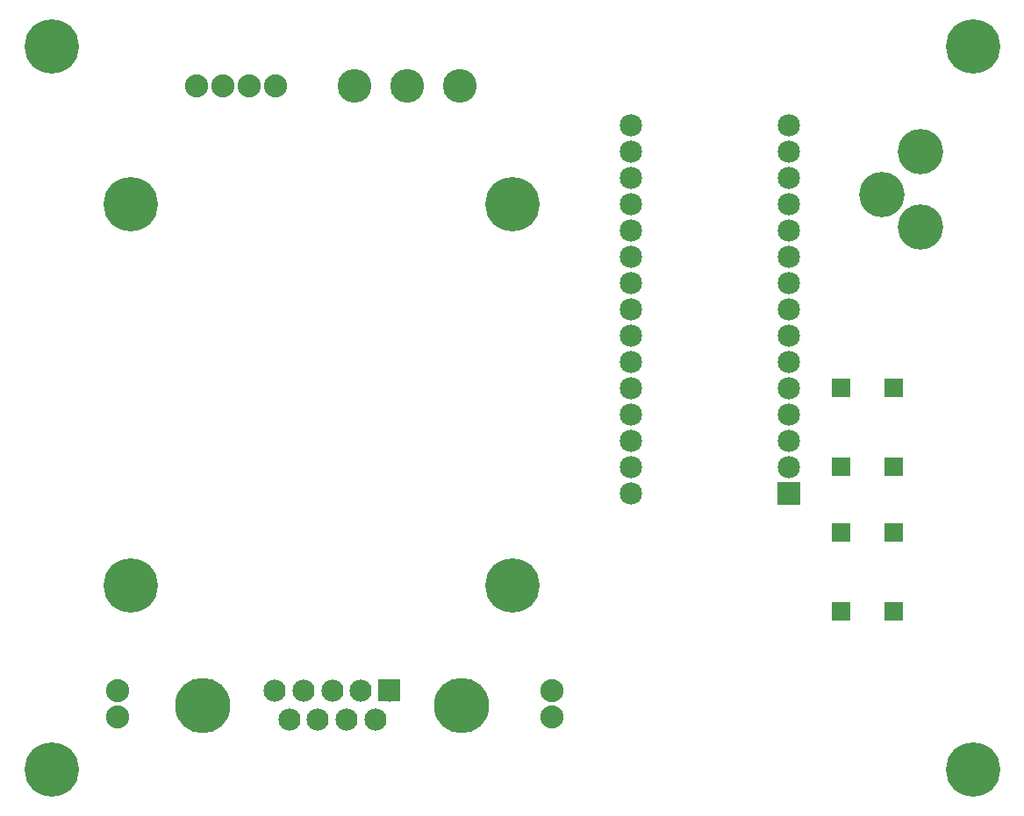
<source format=gbs>
G04 MADE WITH FRITZING*
G04 WWW.FRITZING.ORG*
G04 DOUBLE SIDED*
G04 HOLES PLATED*
G04 CONTOUR ON CENTER OF CONTOUR VECTOR*
%ASAXBY*%
%FSLAX23Y23*%
%MOIN*%
%OFA0B0*%
%SFA1.0B1.0*%
%ADD10C,0.135984*%
%ADD11C,0.085000*%
%ADD12C,0.206850*%
%ADD13C,0.128110*%
%ADD14C,0.088000*%
%ADD15C,0.172000*%
%ADD16C,0.069370*%
%ADD17C,0.084000*%
%ADD18C,0.210000*%
%ADD19R,0.085000X0.085000*%
%ADD20R,0.001000X0.001000*%
%LNMASK0*%
G90*
G70*
G54D10*
X722Y396D03*
X1706Y395D03*
G54D11*
X2947Y1199D03*
X2347Y1199D03*
X2947Y1299D03*
X2347Y1299D03*
X2947Y1399D03*
X2347Y1399D03*
X2947Y1499D03*
X2347Y1499D03*
X2947Y1599D03*
X2347Y1599D03*
X2947Y1699D03*
X2347Y1699D03*
X2947Y1799D03*
X2347Y1799D03*
X2947Y1899D03*
X2347Y1899D03*
X2947Y1999D03*
X2347Y1999D03*
X2947Y2099D03*
X2347Y2099D03*
X2947Y2199D03*
X2347Y2199D03*
X2947Y2299D03*
X2347Y2299D03*
X2947Y2399D03*
X2347Y2399D03*
X2947Y2499D03*
X2347Y2499D03*
X2947Y2599D03*
X2347Y2599D03*
G54D12*
X447Y849D03*
X147Y2899D03*
X147Y149D03*
X3647Y2899D03*
X3647Y149D03*
X1897Y849D03*
X447Y2299D03*
X1897Y2299D03*
G54D13*
X1697Y2749D03*
X1497Y2749D03*
X1297Y2749D03*
G54D14*
X997Y2749D03*
X897Y2749D03*
X797Y2749D03*
X697Y2749D03*
G54D15*
X3448Y2211D03*
X3447Y2499D03*
X3300Y2336D03*
G54D16*
X3347Y1599D03*
X3347Y1299D03*
X3147Y1599D03*
X3147Y1299D03*
X3347Y1049D03*
X3347Y749D03*
X3147Y1049D03*
X3147Y749D03*
G54D14*
X397Y449D03*
X397Y349D03*
X2047Y449D03*
X2047Y349D03*
G54D17*
X1431Y449D03*
X1322Y449D03*
X1213Y449D03*
X1104Y449D03*
X995Y449D03*
X1376Y338D03*
X1267Y338D03*
X1159Y338D03*
X1050Y338D03*
G54D18*
X1705Y393D03*
X721Y393D03*
G54D19*
X2947Y1199D03*
G54D20*
X3112Y1634D02*
X3180Y1634D01*
X3312Y1634D02*
X3380Y1634D01*
X3112Y1633D02*
X3180Y1633D01*
X3312Y1633D02*
X3380Y1633D01*
X3112Y1632D02*
X3180Y1632D01*
X3312Y1632D02*
X3380Y1632D01*
X3112Y1631D02*
X3180Y1631D01*
X3312Y1631D02*
X3380Y1631D01*
X3112Y1630D02*
X3180Y1630D01*
X3312Y1630D02*
X3380Y1630D01*
X3112Y1629D02*
X3180Y1629D01*
X3312Y1629D02*
X3380Y1629D01*
X3112Y1628D02*
X3180Y1628D01*
X3312Y1628D02*
X3380Y1628D01*
X3112Y1627D02*
X3180Y1627D01*
X3312Y1627D02*
X3380Y1627D01*
X3112Y1626D02*
X3180Y1626D01*
X3312Y1626D02*
X3380Y1626D01*
X3112Y1625D02*
X3180Y1625D01*
X3312Y1625D02*
X3380Y1625D01*
X3112Y1624D02*
X3180Y1624D01*
X3312Y1624D02*
X3380Y1624D01*
X3112Y1623D02*
X3180Y1623D01*
X3312Y1623D02*
X3380Y1623D01*
X3112Y1622D02*
X3180Y1622D01*
X3312Y1622D02*
X3380Y1622D01*
X3112Y1621D02*
X3180Y1621D01*
X3312Y1621D02*
X3380Y1621D01*
X3112Y1620D02*
X3180Y1620D01*
X3312Y1620D02*
X3380Y1620D01*
X3112Y1619D02*
X3180Y1619D01*
X3312Y1619D02*
X3380Y1619D01*
X3112Y1618D02*
X3180Y1618D01*
X3312Y1618D02*
X3380Y1618D01*
X3112Y1617D02*
X3180Y1617D01*
X3312Y1617D02*
X3380Y1617D01*
X3112Y1616D02*
X3180Y1616D01*
X3312Y1616D02*
X3380Y1616D01*
X3112Y1615D02*
X3180Y1615D01*
X3312Y1615D02*
X3380Y1615D01*
X3112Y1614D02*
X3141Y1614D01*
X3151Y1614D02*
X3180Y1614D01*
X3312Y1614D02*
X3341Y1614D01*
X3351Y1614D02*
X3380Y1614D01*
X3112Y1613D02*
X3138Y1613D01*
X3153Y1613D02*
X3180Y1613D01*
X3312Y1613D02*
X3338Y1613D01*
X3353Y1613D02*
X3380Y1613D01*
X3112Y1612D02*
X3137Y1612D01*
X3155Y1612D02*
X3180Y1612D01*
X3312Y1612D02*
X3336Y1612D01*
X3355Y1612D02*
X3380Y1612D01*
X3112Y1611D02*
X3135Y1611D01*
X3156Y1611D02*
X3180Y1611D01*
X3312Y1611D02*
X3335Y1611D01*
X3356Y1611D02*
X3380Y1611D01*
X3112Y1610D02*
X3134Y1610D01*
X3157Y1610D02*
X3180Y1610D01*
X3312Y1610D02*
X3334Y1610D01*
X3357Y1610D02*
X3380Y1610D01*
X3112Y1609D02*
X3133Y1609D01*
X3158Y1609D02*
X3180Y1609D01*
X3312Y1609D02*
X3333Y1609D01*
X3358Y1609D02*
X3380Y1609D01*
X3112Y1608D02*
X3133Y1608D01*
X3159Y1608D02*
X3180Y1608D01*
X3312Y1608D02*
X3333Y1608D01*
X3359Y1608D02*
X3380Y1608D01*
X3112Y1607D02*
X3132Y1607D01*
X3159Y1607D02*
X3180Y1607D01*
X3312Y1607D02*
X3332Y1607D01*
X3359Y1607D02*
X3380Y1607D01*
X3112Y1606D02*
X3132Y1606D01*
X3160Y1606D02*
X3180Y1606D01*
X3312Y1606D02*
X3332Y1606D01*
X3360Y1606D02*
X3380Y1606D01*
X3112Y1605D02*
X3131Y1605D01*
X3160Y1605D02*
X3180Y1605D01*
X3312Y1605D02*
X3331Y1605D01*
X3360Y1605D02*
X3380Y1605D01*
X3112Y1604D02*
X3131Y1604D01*
X3160Y1604D02*
X3180Y1604D01*
X3312Y1604D02*
X3331Y1604D01*
X3360Y1604D02*
X3380Y1604D01*
X3112Y1603D02*
X3131Y1603D01*
X3161Y1603D02*
X3180Y1603D01*
X3312Y1603D02*
X3331Y1603D01*
X3361Y1603D02*
X3380Y1603D01*
X3112Y1602D02*
X3131Y1602D01*
X3161Y1602D02*
X3180Y1602D01*
X3312Y1602D02*
X3331Y1602D01*
X3361Y1602D02*
X3380Y1602D01*
X3112Y1601D02*
X3131Y1601D01*
X3161Y1601D02*
X3180Y1601D01*
X3312Y1601D02*
X3331Y1601D01*
X3361Y1601D02*
X3380Y1601D01*
X3112Y1600D02*
X3131Y1600D01*
X3161Y1600D02*
X3180Y1600D01*
X3312Y1600D02*
X3331Y1600D01*
X3361Y1600D02*
X3380Y1600D01*
X3112Y1599D02*
X3131Y1599D01*
X3161Y1599D02*
X3180Y1599D01*
X3312Y1599D02*
X3331Y1599D01*
X3361Y1599D02*
X3380Y1599D01*
X3112Y1598D02*
X3131Y1598D01*
X3161Y1598D02*
X3180Y1598D01*
X3312Y1598D02*
X3331Y1598D01*
X3361Y1598D02*
X3380Y1598D01*
X3112Y1597D02*
X3131Y1597D01*
X3161Y1597D02*
X3180Y1597D01*
X3312Y1597D02*
X3331Y1597D01*
X3361Y1597D02*
X3380Y1597D01*
X3112Y1596D02*
X3131Y1596D01*
X3161Y1596D02*
X3180Y1596D01*
X3312Y1596D02*
X3331Y1596D01*
X3361Y1596D02*
X3380Y1596D01*
X3112Y1595D02*
X3131Y1595D01*
X3160Y1595D02*
X3180Y1595D01*
X3312Y1595D02*
X3331Y1595D01*
X3360Y1595D02*
X3380Y1595D01*
X3112Y1594D02*
X3132Y1594D01*
X3160Y1594D02*
X3180Y1594D01*
X3312Y1594D02*
X3332Y1594D01*
X3360Y1594D02*
X3380Y1594D01*
X3112Y1593D02*
X3132Y1593D01*
X3160Y1593D02*
X3180Y1593D01*
X3312Y1593D02*
X3332Y1593D01*
X3359Y1593D02*
X3380Y1593D01*
X3112Y1592D02*
X3133Y1592D01*
X3159Y1592D02*
X3180Y1592D01*
X3312Y1592D02*
X3333Y1592D01*
X3359Y1592D02*
X3380Y1592D01*
X3112Y1591D02*
X3133Y1591D01*
X3158Y1591D02*
X3180Y1591D01*
X3312Y1591D02*
X3333Y1591D01*
X3358Y1591D02*
X3380Y1591D01*
X3112Y1590D02*
X3134Y1590D01*
X3158Y1590D02*
X3180Y1590D01*
X3312Y1590D02*
X3334Y1590D01*
X3358Y1590D02*
X3380Y1590D01*
X3112Y1589D02*
X3135Y1589D01*
X3157Y1589D02*
X3180Y1589D01*
X3312Y1589D02*
X3335Y1589D01*
X3357Y1589D02*
X3380Y1589D01*
X3112Y1588D02*
X3136Y1588D01*
X3155Y1588D02*
X3180Y1588D01*
X3312Y1588D02*
X3336Y1588D01*
X3355Y1588D02*
X3380Y1588D01*
X3112Y1587D02*
X3138Y1587D01*
X3154Y1587D02*
X3180Y1587D01*
X3312Y1587D02*
X3338Y1587D01*
X3354Y1587D02*
X3380Y1587D01*
X3112Y1586D02*
X3140Y1586D01*
X3151Y1586D02*
X3180Y1586D01*
X3312Y1586D02*
X3340Y1586D01*
X3351Y1586D02*
X3380Y1586D01*
X3112Y1585D02*
X3180Y1585D01*
X3312Y1585D02*
X3380Y1585D01*
X3112Y1584D02*
X3180Y1584D01*
X3312Y1584D02*
X3380Y1584D01*
X3112Y1583D02*
X3180Y1583D01*
X3312Y1583D02*
X3380Y1583D01*
X3112Y1582D02*
X3180Y1582D01*
X3312Y1582D02*
X3380Y1582D01*
X3112Y1581D02*
X3180Y1581D01*
X3312Y1581D02*
X3380Y1581D01*
X3112Y1580D02*
X3180Y1580D01*
X3312Y1580D02*
X3380Y1580D01*
X3112Y1579D02*
X3180Y1579D01*
X3312Y1579D02*
X3380Y1579D01*
X3112Y1578D02*
X3180Y1578D01*
X3312Y1578D02*
X3380Y1578D01*
X3112Y1577D02*
X3180Y1577D01*
X3312Y1577D02*
X3380Y1577D01*
X3112Y1576D02*
X3180Y1576D01*
X3312Y1576D02*
X3380Y1576D01*
X3112Y1575D02*
X3180Y1575D01*
X3312Y1575D02*
X3380Y1575D01*
X3112Y1574D02*
X3180Y1574D01*
X3312Y1574D02*
X3380Y1574D01*
X3112Y1573D02*
X3180Y1573D01*
X3312Y1573D02*
X3380Y1573D01*
X3112Y1572D02*
X3180Y1572D01*
X3312Y1572D02*
X3380Y1572D01*
X3112Y1571D02*
X3180Y1571D01*
X3312Y1571D02*
X3380Y1571D01*
X3112Y1570D02*
X3180Y1570D01*
X3312Y1570D02*
X3380Y1570D01*
X3112Y1569D02*
X3180Y1569D01*
X3312Y1569D02*
X3380Y1569D01*
X3112Y1568D02*
X3180Y1568D01*
X3312Y1568D02*
X3380Y1568D01*
X3112Y1567D02*
X3180Y1567D01*
X3312Y1567D02*
X3380Y1567D01*
X3112Y1566D02*
X3180Y1566D01*
X3312Y1566D02*
X3380Y1566D01*
X3112Y1334D02*
X3180Y1334D01*
X3312Y1334D02*
X3380Y1334D01*
X3112Y1333D02*
X3180Y1333D01*
X3312Y1333D02*
X3380Y1333D01*
X3112Y1332D02*
X3180Y1332D01*
X3312Y1332D02*
X3380Y1332D01*
X3112Y1331D02*
X3180Y1331D01*
X3312Y1331D02*
X3380Y1331D01*
X3112Y1330D02*
X3180Y1330D01*
X3312Y1330D02*
X3380Y1330D01*
X3112Y1329D02*
X3180Y1329D01*
X3312Y1329D02*
X3380Y1329D01*
X3112Y1328D02*
X3180Y1328D01*
X3312Y1328D02*
X3380Y1328D01*
X3112Y1327D02*
X3180Y1327D01*
X3312Y1327D02*
X3380Y1327D01*
X3112Y1326D02*
X3180Y1326D01*
X3312Y1326D02*
X3380Y1326D01*
X3112Y1325D02*
X3180Y1325D01*
X3312Y1325D02*
X3380Y1325D01*
X3112Y1324D02*
X3180Y1324D01*
X3312Y1324D02*
X3380Y1324D01*
X3112Y1323D02*
X3180Y1323D01*
X3312Y1323D02*
X3380Y1323D01*
X3112Y1322D02*
X3180Y1322D01*
X3312Y1322D02*
X3380Y1322D01*
X3112Y1321D02*
X3180Y1321D01*
X3312Y1321D02*
X3380Y1321D01*
X3112Y1320D02*
X3180Y1320D01*
X3312Y1320D02*
X3380Y1320D01*
X3112Y1319D02*
X3180Y1319D01*
X3312Y1319D02*
X3380Y1319D01*
X3112Y1318D02*
X3180Y1318D01*
X3312Y1318D02*
X3380Y1318D01*
X3112Y1317D02*
X3180Y1317D01*
X3312Y1317D02*
X3380Y1317D01*
X3112Y1316D02*
X3180Y1316D01*
X3312Y1316D02*
X3380Y1316D01*
X3112Y1315D02*
X3180Y1315D01*
X3312Y1315D02*
X3380Y1315D01*
X3112Y1314D02*
X3141Y1314D01*
X3151Y1314D02*
X3180Y1314D01*
X3312Y1314D02*
X3341Y1314D01*
X3351Y1314D02*
X3380Y1314D01*
X3112Y1313D02*
X3138Y1313D01*
X3153Y1313D02*
X3180Y1313D01*
X3312Y1313D02*
X3338Y1313D01*
X3353Y1313D02*
X3380Y1313D01*
X3112Y1312D02*
X3137Y1312D01*
X3155Y1312D02*
X3180Y1312D01*
X3312Y1312D02*
X3336Y1312D01*
X3355Y1312D02*
X3380Y1312D01*
X3112Y1311D02*
X3135Y1311D01*
X3156Y1311D02*
X3180Y1311D01*
X3312Y1311D02*
X3335Y1311D01*
X3356Y1311D02*
X3380Y1311D01*
X3112Y1310D02*
X3134Y1310D01*
X3157Y1310D02*
X3180Y1310D01*
X3312Y1310D02*
X3334Y1310D01*
X3357Y1310D02*
X3380Y1310D01*
X3112Y1309D02*
X3133Y1309D01*
X3158Y1309D02*
X3180Y1309D01*
X3312Y1309D02*
X3333Y1309D01*
X3358Y1309D02*
X3380Y1309D01*
X3112Y1308D02*
X3133Y1308D01*
X3159Y1308D02*
X3180Y1308D01*
X3312Y1308D02*
X3333Y1308D01*
X3359Y1308D02*
X3380Y1308D01*
X3112Y1307D02*
X3132Y1307D01*
X3159Y1307D02*
X3180Y1307D01*
X3312Y1307D02*
X3332Y1307D01*
X3359Y1307D02*
X3380Y1307D01*
X3112Y1306D02*
X3132Y1306D01*
X3160Y1306D02*
X3180Y1306D01*
X3312Y1306D02*
X3332Y1306D01*
X3360Y1306D02*
X3380Y1306D01*
X3112Y1305D02*
X3131Y1305D01*
X3160Y1305D02*
X3180Y1305D01*
X3312Y1305D02*
X3331Y1305D01*
X3360Y1305D02*
X3380Y1305D01*
X3112Y1304D02*
X3131Y1304D01*
X3160Y1304D02*
X3180Y1304D01*
X3312Y1304D02*
X3331Y1304D01*
X3360Y1304D02*
X3380Y1304D01*
X3112Y1303D02*
X3131Y1303D01*
X3161Y1303D02*
X3180Y1303D01*
X3312Y1303D02*
X3331Y1303D01*
X3361Y1303D02*
X3380Y1303D01*
X3112Y1302D02*
X3131Y1302D01*
X3161Y1302D02*
X3180Y1302D01*
X3312Y1302D02*
X3331Y1302D01*
X3361Y1302D02*
X3380Y1302D01*
X3112Y1301D02*
X3131Y1301D01*
X3161Y1301D02*
X3180Y1301D01*
X3312Y1301D02*
X3331Y1301D01*
X3361Y1301D02*
X3380Y1301D01*
X3112Y1300D02*
X3131Y1300D01*
X3161Y1300D02*
X3180Y1300D01*
X3312Y1300D02*
X3331Y1300D01*
X3361Y1300D02*
X3380Y1300D01*
X3112Y1299D02*
X3131Y1299D01*
X3161Y1299D02*
X3180Y1299D01*
X3312Y1299D02*
X3331Y1299D01*
X3361Y1299D02*
X3380Y1299D01*
X3112Y1298D02*
X3131Y1298D01*
X3161Y1298D02*
X3180Y1298D01*
X3312Y1298D02*
X3331Y1298D01*
X3361Y1298D02*
X3380Y1298D01*
X3112Y1297D02*
X3131Y1297D01*
X3161Y1297D02*
X3180Y1297D01*
X3312Y1297D02*
X3331Y1297D01*
X3361Y1297D02*
X3380Y1297D01*
X3112Y1296D02*
X3131Y1296D01*
X3161Y1296D02*
X3180Y1296D01*
X3312Y1296D02*
X3331Y1296D01*
X3361Y1296D02*
X3380Y1296D01*
X3112Y1295D02*
X3131Y1295D01*
X3160Y1295D02*
X3180Y1295D01*
X3312Y1295D02*
X3331Y1295D01*
X3360Y1295D02*
X3380Y1295D01*
X3112Y1294D02*
X3132Y1294D01*
X3160Y1294D02*
X3180Y1294D01*
X3312Y1294D02*
X3332Y1294D01*
X3360Y1294D02*
X3380Y1294D01*
X3112Y1293D02*
X3132Y1293D01*
X3160Y1293D02*
X3180Y1293D01*
X3312Y1293D02*
X3332Y1293D01*
X3359Y1293D02*
X3380Y1293D01*
X3112Y1292D02*
X3133Y1292D01*
X3159Y1292D02*
X3180Y1292D01*
X3312Y1292D02*
X3333Y1292D01*
X3359Y1292D02*
X3380Y1292D01*
X3112Y1291D02*
X3133Y1291D01*
X3158Y1291D02*
X3180Y1291D01*
X3312Y1291D02*
X3333Y1291D01*
X3358Y1291D02*
X3380Y1291D01*
X3112Y1290D02*
X3134Y1290D01*
X3158Y1290D02*
X3180Y1290D01*
X3312Y1290D02*
X3334Y1290D01*
X3358Y1290D02*
X3380Y1290D01*
X3112Y1289D02*
X3135Y1289D01*
X3157Y1289D02*
X3180Y1289D01*
X3312Y1289D02*
X3335Y1289D01*
X3357Y1289D02*
X3380Y1289D01*
X3112Y1288D02*
X3136Y1288D01*
X3155Y1288D02*
X3180Y1288D01*
X3312Y1288D02*
X3336Y1288D01*
X3355Y1288D02*
X3380Y1288D01*
X3112Y1287D02*
X3138Y1287D01*
X3154Y1287D02*
X3180Y1287D01*
X3312Y1287D02*
X3338Y1287D01*
X3354Y1287D02*
X3380Y1287D01*
X3112Y1286D02*
X3140Y1286D01*
X3151Y1286D02*
X3180Y1286D01*
X3312Y1286D02*
X3340Y1286D01*
X3351Y1286D02*
X3380Y1286D01*
X3112Y1285D02*
X3180Y1285D01*
X3312Y1285D02*
X3380Y1285D01*
X3112Y1284D02*
X3180Y1284D01*
X3312Y1284D02*
X3380Y1284D01*
X3112Y1283D02*
X3180Y1283D01*
X3312Y1283D02*
X3380Y1283D01*
X3112Y1282D02*
X3180Y1282D01*
X3312Y1282D02*
X3380Y1282D01*
X3112Y1281D02*
X3180Y1281D01*
X3312Y1281D02*
X3380Y1281D01*
X3112Y1280D02*
X3180Y1280D01*
X3312Y1280D02*
X3380Y1280D01*
X3112Y1279D02*
X3180Y1279D01*
X3312Y1279D02*
X3380Y1279D01*
X3112Y1278D02*
X3180Y1278D01*
X3312Y1278D02*
X3380Y1278D01*
X3112Y1277D02*
X3180Y1277D01*
X3312Y1277D02*
X3380Y1277D01*
X3112Y1276D02*
X3180Y1276D01*
X3312Y1276D02*
X3380Y1276D01*
X3112Y1275D02*
X3180Y1275D01*
X3312Y1275D02*
X3380Y1275D01*
X3112Y1274D02*
X3180Y1274D01*
X3312Y1274D02*
X3380Y1274D01*
X3112Y1273D02*
X3180Y1273D01*
X3312Y1273D02*
X3380Y1273D01*
X3112Y1272D02*
X3180Y1272D01*
X3312Y1272D02*
X3380Y1272D01*
X3112Y1271D02*
X3180Y1271D01*
X3312Y1271D02*
X3380Y1271D01*
X3112Y1270D02*
X3180Y1270D01*
X3312Y1270D02*
X3380Y1270D01*
X3112Y1269D02*
X3180Y1269D01*
X3312Y1269D02*
X3380Y1269D01*
X3112Y1268D02*
X3180Y1268D01*
X3312Y1268D02*
X3380Y1268D01*
X3112Y1267D02*
X3180Y1267D01*
X3312Y1267D02*
X3380Y1267D01*
X3112Y1266D02*
X3180Y1266D01*
X3312Y1266D02*
X3380Y1266D01*
X3112Y1084D02*
X3180Y1084D01*
X3312Y1084D02*
X3380Y1084D01*
X3112Y1083D02*
X3180Y1083D01*
X3312Y1083D02*
X3380Y1083D01*
X3112Y1082D02*
X3180Y1082D01*
X3312Y1082D02*
X3380Y1082D01*
X3112Y1081D02*
X3180Y1081D01*
X3312Y1081D02*
X3380Y1081D01*
X3112Y1080D02*
X3180Y1080D01*
X3312Y1080D02*
X3380Y1080D01*
X3112Y1079D02*
X3180Y1079D01*
X3312Y1079D02*
X3380Y1079D01*
X3112Y1078D02*
X3180Y1078D01*
X3312Y1078D02*
X3380Y1078D01*
X3112Y1077D02*
X3180Y1077D01*
X3312Y1077D02*
X3380Y1077D01*
X3112Y1076D02*
X3180Y1076D01*
X3312Y1076D02*
X3380Y1076D01*
X3112Y1075D02*
X3180Y1075D01*
X3312Y1075D02*
X3380Y1075D01*
X3112Y1074D02*
X3180Y1074D01*
X3312Y1074D02*
X3380Y1074D01*
X3112Y1073D02*
X3180Y1073D01*
X3312Y1073D02*
X3380Y1073D01*
X3112Y1072D02*
X3180Y1072D01*
X3312Y1072D02*
X3380Y1072D01*
X3112Y1071D02*
X3180Y1071D01*
X3312Y1071D02*
X3380Y1071D01*
X3112Y1070D02*
X3180Y1070D01*
X3312Y1070D02*
X3380Y1070D01*
X3112Y1069D02*
X3180Y1069D01*
X3312Y1069D02*
X3380Y1069D01*
X3112Y1068D02*
X3180Y1068D01*
X3312Y1068D02*
X3380Y1068D01*
X3112Y1067D02*
X3180Y1067D01*
X3312Y1067D02*
X3380Y1067D01*
X3112Y1066D02*
X3180Y1066D01*
X3312Y1066D02*
X3380Y1066D01*
X3112Y1065D02*
X3180Y1065D01*
X3312Y1065D02*
X3380Y1065D01*
X3112Y1064D02*
X3141Y1064D01*
X3151Y1064D02*
X3180Y1064D01*
X3312Y1064D02*
X3341Y1064D01*
X3351Y1064D02*
X3380Y1064D01*
X3112Y1063D02*
X3138Y1063D01*
X3153Y1063D02*
X3180Y1063D01*
X3312Y1063D02*
X3338Y1063D01*
X3353Y1063D02*
X3380Y1063D01*
X3112Y1062D02*
X3137Y1062D01*
X3155Y1062D02*
X3180Y1062D01*
X3312Y1062D02*
X3336Y1062D01*
X3355Y1062D02*
X3380Y1062D01*
X3112Y1061D02*
X3135Y1061D01*
X3156Y1061D02*
X3180Y1061D01*
X3312Y1061D02*
X3335Y1061D01*
X3356Y1061D02*
X3380Y1061D01*
X3112Y1060D02*
X3134Y1060D01*
X3157Y1060D02*
X3180Y1060D01*
X3312Y1060D02*
X3334Y1060D01*
X3357Y1060D02*
X3380Y1060D01*
X3112Y1059D02*
X3133Y1059D01*
X3158Y1059D02*
X3180Y1059D01*
X3312Y1059D02*
X3333Y1059D01*
X3358Y1059D02*
X3380Y1059D01*
X3112Y1058D02*
X3133Y1058D01*
X3159Y1058D02*
X3180Y1058D01*
X3312Y1058D02*
X3333Y1058D01*
X3359Y1058D02*
X3380Y1058D01*
X3112Y1057D02*
X3132Y1057D01*
X3159Y1057D02*
X3180Y1057D01*
X3312Y1057D02*
X3332Y1057D01*
X3359Y1057D02*
X3380Y1057D01*
X3112Y1056D02*
X3132Y1056D01*
X3160Y1056D02*
X3180Y1056D01*
X3312Y1056D02*
X3332Y1056D01*
X3360Y1056D02*
X3380Y1056D01*
X3112Y1055D02*
X3131Y1055D01*
X3160Y1055D02*
X3180Y1055D01*
X3312Y1055D02*
X3331Y1055D01*
X3360Y1055D02*
X3380Y1055D01*
X3112Y1054D02*
X3131Y1054D01*
X3160Y1054D02*
X3180Y1054D01*
X3312Y1054D02*
X3331Y1054D01*
X3360Y1054D02*
X3380Y1054D01*
X3112Y1053D02*
X3131Y1053D01*
X3161Y1053D02*
X3180Y1053D01*
X3312Y1053D02*
X3331Y1053D01*
X3361Y1053D02*
X3380Y1053D01*
X3112Y1052D02*
X3131Y1052D01*
X3161Y1052D02*
X3180Y1052D01*
X3312Y1052D02*
X3331Y1052D01*
X3361Y1052D02*
X3380Y1052D01*
X3112Y1051D02*
X3131Y1051D01*
X3161Y1051D02*
X3180Y1051D01*
X3312Y1051D02*
X3331Y1051D01*
X3361Y1051D02*
X3380Y1051D01*
X3112Y1050D02*
X3131Y1050D01*
X3161Y1050D02*
X3180Y1050D01*
X3312Y1050D02*
X3331Y1050D01*
X3361Y1050D02*
X3380Y1050D01*
X3112Y1049D02*
X3131Y1049D01*
X3161Y1049D02*
X3180Y1049D01*
X3312Y1049D02*
X3331Y1049D01*
X3361Y1049D02*
X3380Y1049D01*
X3112Y1048D02*
X3131Y1048D01*
X3161Y1048D02*
X3180Y1048D01*
X3312Y1048D02*
X3331Y1048D01*
X3361Y1048D02*
X3380Y1048D01*
X3112Y1047D02*
X3131Y1047D01*
X3161Y1047D02*
X3180Y1047D01*
X3312Y1047D02*
X3331Y1047D01*
X3361Y1047D02*
X3380Y1047D01*
X3112Y1046D02*
X3131Y1046D01*
X3161Y1046D02*
X3180Y1046D01*
X3312Y1046D02*
X3331Y1046D01*
X3361Y1046D02*
X3380Y1046D01*
X3112Y1045D02*
X3131Y1045D01*
X3160Y1045D02*
X3180Y1045D01*
X3312Y1045D02*
X3331Y1045D01*
X3360Y1045D02*
X3380Y1045D01*
X3112Y1044D02*
X3132Y1044D01*
X3160Y1044D02*
X3180Y1044D01*
X3312Y1044D02*
X3332Y1044D01*
X3360Y1044D02*
X3380Y1044D01*
X3112Y1043D02*
X3132Y1043D01*
X3160Y1043D02*
X3180Y1043D01*
X3312Y1043D02*
X3332Y1043D01*
X3359Y1043D02*
X3380Y1043D01*
X3112Y1042D02*
X3133Y1042D01*
X3159Y1042D02*
X3180Y1042D01*
X3312Y1042D02*
X3333Y1042D01*
X3359Y1042D02*
X3380Y1042D01*
X3112Y1041D02*
X3133Y1041D01*
X3158Y1041D02*
X3180Y1041D01*
X3312Y1041D02*
X3333Y1041D01*
X3358Y1041D02*
X3380Y1041D01*
X3112Y1040D02*
X3134Y1040D01*
X3158Y1040D02*
X3180Y1040D01*
X3312Y1040D02*
X3334Y1040D01*
X3358Y1040D02*
X3380Y1040D01*
X3112Y1039D02*
X3135Y1039D01*
X3157Y1039D02*
X3180Y1039D01*
X3312Y1039D02*
X3335Y1039D01*
X3357Y1039D02*
X3380Y1039D01*
X3112Y1038D02*
X3136Y1038D01*
X3155Y1038D02*
X3180Y1038D01*
X3312Y1038D02*
X3336Y1038D01*
X3355Y1038D02*
X3380Y1038D01*
X3112Y1037D02*
X3138Y1037D01*
X3154Y1037D02*
X3180Y1037D01*
X3312Y1037D02*
X3338Y1037D01*
X3354Y1037D02*
X3380Y1037D01*
X3112Y1036D02*
X3140Y1036D01*
X3151Y1036D02*
X3180Y1036D01*
X3312Y1036D02*
X3340Y1036D01*
X3351Y1036D02*
X3380Y1036D01*
X3112Y1035D02*
X3180Y1035D01*
X3312Y1035D02*
X3380Y1035D01*
X3112Y1034D02*
X3180Y1034D01*
X3312Y1034D02*
X3380Y1034D01*
X3112Y1033D02*
X3180Y1033D01*
X3312Y1033D02*
X3380Y1033D01*
X3112Y1032D02*
X3180Y1032D01*
X3312Y1032D02*
X3380Y1032D01*
X3112Y1031D02*
X3180Y1031D01*
X3312Y1031D02*
X3380Y1031D01*
X3112Y1030D02*
X3180Y1030D01*
X3312Y1030D02*
X3380Y1030D01*
X3112Y1029D02*
X3180Y1029D01*
X3312Y1029D02*
X3380Y1029D01*
X3112Y1028D02*
X3180Y1028D01*
X3312Y1028D02*
X3380Y1028D01*
X3112Y1027D02*
X3180Y1027D01*
X3312Y1027D02*
X3380Y1027D01*
X3112Y1026D02*
X3180Y1026D01*
X3312Y1026D02*
X3380Y1026D01*
X3112Y1025D02*
X3180Y1025D01*
X3312Y1025D02*
X3380Y1025D01*
X3112Y1024D02*
X3180Y1024D01*
X3312Y1024D02*
X3380Y1024D01*
X3112Y1023D02*
X3180Y1023D01*
X3312Y1023D02*
X3380Y1023D01*
X3112Y1022D02*
X3180Y1022D01*
X3312Y1022D02*
X3380Y1022D01*
X3112Y1021D02*
X3180Y1021D01*
X3312Y1021D02*
X3380Y1021D01*
X3112Y1020D02*
X3180Y1020D01*
X3312Y1020D02*
X3380Y1020D01*
X3112Y1019D02*
X3180Y1019D01*
X3312Y1019D02*
X3380Y1019D01*
X3112Y1018D02*
X3180Y1018D01*
X3312Y1018D02*
X3380Y1018D01*
X3112Y1017D02*
X3180Y1017D01*
X3312Y1017D02*
X3380Y1017D01*
X3112Y1016D02*
X3180Y1016D01*
X3312Y1016D02*
X3380Y1016D01*
X3112Y784D02*
X3180Y784D01*
X3312Y784D02*
X3380Y784D01*
X3112Y783D02*
X3180Y783D01*
X3312Y783D02*
X3380Y783D01*
X3112Y782D02*
X3180Y782D01*
X3312Y782D02*
X3380Y782D01*
X3112Y781D02*
X3180Y781D01*
X3312Y781D02*
X3380Y781D01*
X3112Y780D02*
X3180Y780D01*
X3312Y780D02*
X3380Y780D01*
X3112Y779D02*
X3180Y779D01*
X3312Y779D02*
X3380Y779D01*
X3112Y778D02*
X3180Y778D01*
X3312Y778D02*
X3380Y778D01*
X3112Y777D02*
X3180Y777D01*
X3312Y777D02*
X3380Y777D01*
X3112Y776D02*
X3180Y776D01*
X3312Y776D02*
X3380Y776D01*
X3112Y775D02*
X3180Y775D01*
X3312Y775D02*
X3380Y775D01*
X3112Y774D02*
X3180Y774D01*
X3312Y774D02*
X3380Y774D01*
X3112Y773D02*
X3180Y773D01*
X3312Y773D02*
X3380Y773D01*
X3112Y772D02*
X3180Y772D01*
X3312Y772D02*
X3380Y772D01*
X3112Y771D02*
X3180Y771D01*
X3312Y771D02*
X3380Y771D01*
X3112Y770D02*
X3180Y770D01*
X3312Y770D02*
X3380Y770D01*
X3112Y769D02*
X3180Y769D01*
X3312Y769D02*
X3380Y769D01*
X3112Y768D02*
X3180Y768D01*
X3312Y768D02*
X3380Y768D01*
X3112Y767D02*
X3180Y767D01*
X3312Y767D02*
X3380Y767D01*
X3112Y766D02*
X3180Y766D01*
X3312Y766D02*
X3380Y766D01*
X3112Y765D02*
X3180Y765D01*
X3312Y765D02*
X3380Y765D01*
X3112Y764D02*
X3141Y764D01*
X3151Y764D02*
X3180Y764D01*
X3312Y764D02*
X3341Y764D01*
X3351Y764D02*
X3380Y764D01*
X3112Y763D02*
X3138Y763D01*
X3153Y763D02*
X3180Y763D01*
X3312Y763D02*
X3338Y763D01*
X3353Y763D02*
X3380Y763D01*
X3112Y762D02*
X3137Y762D01*
X3155Y762D02*
X3180Y762D01*
X3312Y762D02*
X3336Y762D01*
X3355Y762D02*
X3380Y762D01*
X3112Y761D02*
X3135Y761D01*
X3156Y761D02*
X3180Y761D01*
X3312Y761D02*
X3335Y761D01*
X3356Y761D02*
X3380Y761D01*
X3112Y760D02*
X3134Y760D01*
X3157Y760D02*
X3180Y760D01*
X3312Y760D02*
X3334Y760D01*
X3357Y760D02*
X3380Y760D01*
X3112Y759D02*
X3133Y759D01*
X3158Y759D02*
X3180Y759D01*
X3312Y759D02*
X3333Y759D01*
X3358Y759D02*
X3380Y759D01*
X3112Y758D02*
X3133Y758D01*
X3159Y758D02*
X3180Y758D01*
X3312Y758D02*
X3333Y758D01*
X3359Y758D02*
X3380Y758D01*
X3112Y757D02*
X3132Y757D01*
X3159Y757D02*
X3180Y757D01*
X3312Y757D02*
X3332Y757D01*
X3359Y757D02*
X3380Y757D01*
X3112Y756D02*
X3132Y756D01*
X3160Y756D02*
X3180Y756D01*
X3312Y756D02*
X3332Y756D01*
X3360Y756D02*
X3380Y756D01*
X3112Y755D02*
X3131Y755D01*
X3160Y755D02*
X3180Y755D01*
X3312Y755D02*
X3331Y755D01*
X3360Y755D02*
X3380Y755D01*
X3112Y754D02*
X3131Y754D01*
X3160Y754D02*
X3180Y754D01*
X3312Y754D02*
X3331Y754D01*
X3360Y754D02*
X3380Y754D01*
X3112Y753D02*
X3131Y753D01*
X3161Y753D02*
X3180Y753D01*
X3312Y753D02*
X3331Y753D01*
X3361Y753D02*
X3380Y753D01*
X3112Y752D02*
X3131Y752D01*
X3161Y752D02*
X3180Y752D01*
X3312Y752D02*
X3331Y752D01*
X3361Y752D02*
X3380Y752D01*
X3112Y751D02*
X3131Y751D01*
X3161Y751D02*
X3180Y751D01*
X3312Y751D02*
X3331Y751D01*
X3361Y751D02*
X3380Y751D01*
X3112Y750D02*
X3131Y750D01*
X3161Y750D02*
X3180Y750D01*
X3312Y750D02*
X3331Y750D01*
X3361Y750D02*
X3380Y750D01*
X3112Y749D02*
X3131Y749D01*
X3161Y749D02*
X3180Y749D01*
X3312Y749D02*
X3331Y749D01*
X3361Y749D02*
X3380Y749D01*
X3112Y748D02*
X3131Y748D01*
X3161Y748D02*
X3180Y748D01*
X3312Y748D02*
X3331Y748D01*
X3361Y748D02*
X3380Y748D01*
X3112Y747D02*
X3131Y747D01*
X3161Y747D02*
X3180Y747D01*
X3312Y747D02*
X3331Y747D01*
X3361Y747D02*
X3380Y747D01*
X3112Y746D02*
X3131Y746D01*
X3161Y746D02*
X3180Y746D01*
X3312Y746D02*
X3331Y746D01*
X3361Y746D02*
X3380Y746D01*
X3112Y745D02*
X3131Y745D01*
X3160Y745D02*
X3180Y745D01*
X3312Y745D02*
X3331Y745D01*
X3360Y745D02*
X3380Y745D01*
X3112Y744D02*
X3132Y744D01*
X3160Y744D02*
X3180Y744D01*
X3312Y744D02*
X3332Y744D01*
X3360Y744D02*
X3380Y744D01*
X3112Y743D02*
X3132Y743D01*
X3160Y743D02*
X3180Y743D01*
X3312Y743D02*
X3332Y743D01*
X3359Y743D02*
X3380Y743D01*
X3112Y742D02*
X3133Y742D01*
X3159Y742D02*
X3180Y742D01*
X3312Y742D02*
X3333Y742D01*
X3359Y742D02*
X3380Y742D01*
X3112Y741D02*
X3133Y741D01*
X3158Y741D02*
X3180Y741D01*
X3312Y741D02*
X3333Y741D01*
X3358Y741D02*
X3380Y741D01*
X3112Y740D02*
X3134Y740D01*
X3158Y740D02*
X3180Y740D01*
X3312Y740D02*
X3334Y740D01*
X3358Y740D02*
X3380Y740D01*
X3112Y739D02*
X3135Y739D01*
X3157Y739D02*
X3180Y739D01*
X3312Y739D02*
X3335Y739D01*
X3357Y739D02*
X3380Y739D01*
X3112Y738D02*
X3136Y738D01*
X3155Y738D02*
X3180Y738D01*
X3312Y738D02*
X3336Y738D01*
X3355Y738D02*
X3380Y738D01*
X3112Y737D02*
X3138Y737D01*
X3154Y737D02*
X3180Y737D01*
X3312Y737D02*
X3338Y737D01*
X3354Y737D02*
X3380Y737D01*
X3112Y736D02*
X3140Y736D01*
X3151Y736D02*
X3180Y736D01*
X3312Y736D02*
X3340Y736D01*
X3351Y736D02*
X3380Y736D01*
X3112Y735D02*
X3180Y735D01*
X3312Y735D02*
X3380Y735D01*
X3112Y734D02*
X3180Y734D01*
X3312Y734D02*
X3380Y734D01*
X3112Y733D02*
X3180Y733D01*
X3312Y733D02*
X3380Y733D01*
X3112Y732D02*
X3180Y732D01*
X3312Y732D02*
X3380Y732D01*
X3112Y731D02*
X3180Y731D01*
X3312Y731D02*
X3380Y731D01*
X3112Y730D02*
X3180Y730D01*
X3312Y730D02*
X3380Y730D01*
X3112Y729D02*
X3180Y729D01*
X3312Y729D02*
X3380Y729D01*
X3112Y728D02*
X3180Y728D01*
X3312Y728D02*
X3380Y728D01*
X3112Y727D02*
X3180Y727D01*
X3312Y727D02*
X3380Y727D01*
X3112Y726D02*
X3180Y726D01*
X3312Y726D02*
X3380Y726D01*
X3112Y725D02*
X3180Y725D01*
X3312Y725D02*
X3380Y725D01*
X3112Y724D02*
X3180Y724D01*
X3312Y724D02*
X3380Y724D01*
X3112Y723D02*
X3180Y723D01*
X3312Y723D02*
X3380Y723D01*
X3112Y722D02*
X3180Y722D01*
X3312Y722D02*
X3380Y722D01*
X3112Y721D02*
X3180Y721D01*
X3312Y721D02*
X3380Y721D01*
X3112Y720D02*
X3180Y720D01*
X3312Y720D02*
X3380Y720D01*
X3112Y719D02*
X3180Y719D01*
X3312Y719D02*
X3380Y719D01*
X3112Y718D02*
X3180Y718D01*
X3312Y718D02*
X3380Y718D01*
X3112Y717D02*
X3180Y717D01*
X3312Y717D02*
X3380Y717D01*
X3112Y716D02*
X3180Y716D01*
X3312Y716D02*
X3380Y716D01*
X1389Y491D02*
X1472Y491D01*
X1389Y490D02*
X1472Y490D01*
X1389Y489D02*
X1472Y489D01*
X1389Y488D02*
X1472Y488D01*
X1389Y487D02*
X1472Y487D01*
X1389Y486D02*
X1472Y486D01*
X1389Y485D02*
X1472Y485D01*
X1389Y484D02*
X1472Y484D01*
X1389Y483D02*
X1472Y483D01*
X1389Y482D02*
X1472Y482D01*
X1389Y481D02*
X1472Y481D01*
X1389Y480D02*
X1472Y480D01*
X1389Y479D02*
X1472Y479D01*
X1389Y478D02*
X1472Y478D01*
X1389Y477D02*
X1472Y477D01*
X1389Y476D02*
X1472Y476D01*
X1389Y475D02*
X1472Y475D01*
X1389Y474D02*
X1472Y474D01*
X1389Y473D02*
X1472Y473D01*
X1389Y472D02*
X1472Y472D01*
X1389Y471D02*
X1472Y471D01*
X1389Y470D02*
X1472Y470D01*
X1389Y469D02*
X1472Y469D01*
X1389Y468D02*
X1472Y468D01*
X1389Y467D02*
X1472Y467D01*
X1389Y466D02*
X1472Y466D01*
X1389Y465D02*
X1472Y465D01*
X1389Y464D02*
X1424Y464D01*
X1436Y464D02*
X1472Y464D01*
X1389Y463D02*
X1422Y463D01*
X1438Y463D02*
X1472Y463D01*
X1389Y462D02*
X1420Y462D01*
X1440Y462D02*
X1472Y462D01*
X1389Y461D02*
X1419Y461D01*
X1441Y461D02*
X1472Y461D01*
X1389Y460D02*
X1418Y460D01*
X1442Y460D02*
X1472Y460D01*
X1389Y459D02*
X1417Y459D01*
X1443Y459D02*
X1472Y459D01*
X1389Y458D02*
X1417Y458D01*
X1444Y458D02*
X1472Y458D01*
X1389Y457D02*
X1416Y457D01*
X1444Y457D02*
X1472Y457D01*
X1389Y456D02*
X1416Y456D01*
X1445Y456D02*
X1472Y456D01*
X1389Y455D02*
X1416Y455D01*
X1445Y455D02*
X1472Y455D01*
X1389Y454D02*
X1415Y454D01*
X1445Y454D02*
X1472Y454D01*
X1389Y453D02*
X1415Y453D01*
X1445Y453D02*
X1472Y453D01*
X1389Y452D02*
X1415Y452D01*
X1446Y452D02*
X1472Y452D01*
X1389Y451D02*
X1415Y451D01*
X1446Y451D02*
X1472Y451D01*
X1389Y450D02*
X1415Y450D01*
X1446Y450D02*
X1472Y450D01*
X1389Y449D02*
X1415Y449D01*
X1446Y449D02*
X1472Y449D01*
X1389Y448D02*
X1415Y448D01*
X1446Y448D02*
X1472Y448D01*
X1389Y447D02*
X1415Y447D01*
X1445Y447D02*
X1472Y447D01*
X1389Y446D02*
X1415Y446D01*
X1445Y446D02*
X1472Y446D01*
X1389Y445D02*
X1415Y445D01*
X1445Y445D02*
X1472Y445D01*
X1389Y444D02*
X1416Y444D01*
X1445Y444D02*
X1472Y444D01*
X1389Y443D02*
X1416Y443D01*
X1444Y443D02*
X1472Y443D01*
X1389Y442D02*
X1417Y442D01*
X1444Y442D02*
X1472Y442D01*
X1389Y441D02*
X1417Y441D01*
X1443Y441D02*
X1472Y441D01*
X1389Y440D02*
X1418Y440D01*
X1442Y440D02*
X1472Y440D01*
X1389Y439D02*
X1419Y439D01*
X1442Y439D02*
X1472Y439D01*
X1389Y438D02*
X1420Y438D01*
X1440Y438D02*
X1472Y438D01*
X1389Y437D02*
X1422Y437D01*
X1439Y437D02*
X1472Y437D01*
X1389Y436D02*
X1424Y436D01*
X1437Y436D02*
X1472Y436D01*
X1389Y435D02*
X1429Y435D01*
X1432Y435D02*
X1472Y435D01*
X1389Y434D02*
X1472Y434D01*
X1389Y433D02*
X1472Y433D01*
X1389Y432D02*
X1472Y432D01*
X1389Y431D02*
X1472Y431D01*
X1389Y430D02*
X1472Y430D01*
X1389Y429D02*
X1472Y429D01*
X1389Y428D02*
X1472Y428D01*
X1389Y427D02*
X1472Y427D01*
X1389Y426D02*
X1472Y426D01*
X1389Y425D02*
X1472Y425D01*
X1389Y424D02*
X1472Y424D01*
X1389Y423D02*
X1472Y423D01*
X1389Y422D02*
X1472Y422D01*
X1389Y421D02*
X1472Y421D01*
X1389Y420D02*
X1472Y420D01*
X1389Y419D02*
X1472Y419D01*
X1389Y418D02*
X1472Y418D01*
X1389Y417D02*
X1472Y417D01*
X1389Y416D02*
X1472Y416D01*
X1389Y415D02*
X1472Y415D01*
X1389Y414D02*
X1472Y414D01*
X1389Y413D02*
X1472Y413D01*
X1389Y412D02*
X1472Y412D01*
X1389Y411D02*
X1472Y411D01*
X1389Y410D02*
X1472Y410D01*
X1389Y409D02*
X1472Y409D01*
X1389Y408D02*
X1471Y408D01*
D02*
G04 End of Mask0*
M02*
</source>
